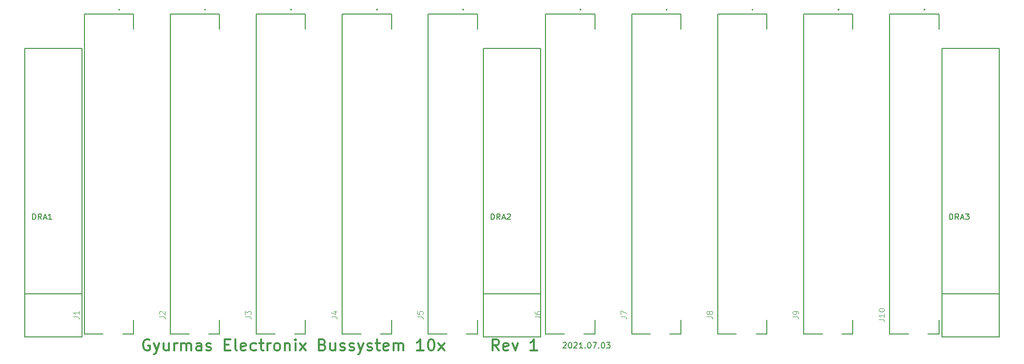
<source format=gbr>
%TF.GenerationSoftware,KiCad,Pcbnew,(5.1.9-16-g1737927814)-1*%
%TF.CreationDate,2021-07-03T16:47:20+02:00*%
%TF.ProjectId,Bussystem 10x non stack,42757373-7973-4746-956d-20313078206e,1*%
%TF.SameCoordinates,Original*%
%TF.FileFunction,Legend,Top*%
%TF.FilePolarity,Positive*%
%FSLAX46Y46*%
G04 Gerber Fmt 4.6, Leading zero omitted, Abs format (unit mm)*
G04 Created by KiCad (PCBNEW (5.1.9-16-g1737927814)-1) date 2021-07-03 16:47:20*
%MOMM*%
%LPD*%
G01*
G04 APERTURE LIST*
%ADD10C,0.150000*%
%ADD11C,0.300000*%
%ADD12C,0.200000*%
%ADD13C,0.015000*%
G04 APERTURE END LIST*
D10*
X134904761Y-104547619D02*
X134952380Y-104500000D01*
X135047619Y-104452380D01*
X135285714Y-104452380D01*
X135380952Y-104500000D01*
X135428571Y-104547619D01*
X135476190Y-104642857D01*
X135476190Y-104738095D01*
X135428571Y-104880952D01*
X134857142Y-105452380D01*
X135476190Y-105452380D01*
X136095238Y-104452380D02*
X136190476Y-104452380D01*
X136285714Y-104500000D01*
X136333333Y-104547619D01*
X136380952Y-104642857D01*
X136428571Y-104833333D01*
X136428571Y-105071428D01*
X136380952Y-105261904D01*
X136333333Y-105357142D01*
X136285714Y-105404761D01*
X136190476Y-105452380D01*
X136095238Y-105452380D01*
X136000000Y-105404761D01*
X135952380Y-105357142D01*
X135904761Y-105261904D01*
X135857142Y-105071428D01*
X135857142Y-104833333D01*
X135904761Y-104642857D01*
X135952380Y-104547619D01*
X136000000Y-104500000D01*
X136095238Y-104452380D01*
X136809523Y-104547619D02*
X136857142Y-104500000D01*
X136952380Y-104452380D01*
X137190476Y-104452380D01*
X137285714Y-104500000D01*
X137333333Y-104547619D01*
X137380952Y-104642857D01*
X137380952Y-104738095D01*
X137333333Y-104880952D01*
X136761904Y-105452380D01*
X137380952Y-105452380D01*
X138333333Y-105452380D02*
X137761904Y-105452380D01*
X138047619Y-105452380D02*
X138047619Y-104452380D01*
X137952380Y-104595238D01*
X137857142Y-104690476D01*
X137761904Y-104738095D01*
X138761904Y-105357142D02*
X138809523Y-105404761D01*
X138761904Y-105452380D01*
X138714285Y-105404761D01*
X138761904Y-105357142D01*
X138761904Y-105452380D01*
X139428571Y-104452380D02*
X139523809Y-104452380D01*
X139619047Y-104500000D01*
X139666666Y-104547619D01*
X139714285Y-104642857D01*
X139761904Y-104833333D01*
X139761904Y-105071428D01*
X139714285Y-105261904D01*
X139666666Y-105357142D01*
X139619047Y-105404761D01*
X139523809Y-105452380D01*
X139428571Y-105452380D01*
X139333333Y-105404761D01*
X139285714Y-105357142D01*
X139238095Y-105261904D01*
X139190476Y-105071428D01*
X139190476Y-104833333D01*
X139238095Y-104642857D01*
X139285714Y-104547619D01*
X139333333Y-104500000D01*
X139428571Y-104452380D01*
X140095238Y-104452380D02*
X140761904Y-104452380D01*
X140333333Y-105452380D01*
X141142857Y-105357142D02*
X141190476Y-105404761D01*
X141142857Y-105452380D01*
X141095238Y-105404761D01*
X141142857Y-105357142D01*
X141142857Y-105452380D01*
X141809523Y-104452380D02*
X141904761Y-104452380D01*
X142000000Y-104500000D01*
X142047619Y-104547619D01*
X142095238Y-104642857D01*
X142142857Y-104833333D01*
X142142857Y-105071428D01*
X142095238Y-105261904D01*
X142047619Y-105357142D01*
X142000000Y-105404761D01*
X141904761Y-105452380D01*
X141809523Y-105452380D01*
X141714285Y-105404761D01*
X141666666Y-105357142D01*
X141619047Y-105261904D01*
X141571428Y-105071428D01*
X141571428Y-104833333D01*
X141619047Y-104642857D01*
X141666666Y-104547619D01*
X141714285Y-104500000D01*
X141809523Y-104452380D01*
X142476190Y-104452380D02*
X143095238Y-104452380D01*
X142761904Y-104833333D01*
X142904761Y-104833333D01*
X143000000Y-104880952D01*
X143047619Y-104928571D01*
X143095238Y-105023809D01*
X143095238Y-105261904D01*
X143047619Y-105357142D01*
X143000000Y-105404761D01*
X142904761Y-105452380D01*
X142619047Y-105452380D01*
X142523809Y-105404761D01*
X142476190Y-105357142D01*
D11*
X62761904Y-104000000D02*
X62571428Y-103904761D01*
X62285714Y-103904761D01*
X61999999Y-104000000D01*
X61809523Y-104190476D01*
X61714285Y-104380952D01*
X61619047Y-104761904D01*
X61619047Y-105047619D01*
X61714285Y-105428571D01*
X61809523Y-105619047D01*
X61999999Y-105809523D01*
X62285714Y-105904761D01*
X62476190Y-105904761D01*
X62761904Y-105809523D01*
X62857142Y-105714285D01*
X62857142Y-105047619D01*
X62476190Y-105047619D01*
X63523809Y-104571428D02*
X63999999Y-105904761D01*
X64476190Y-104571428D02*
X63999999Y-105904761D01*
X63809523Y-106380952D01*
X63714285Y-106476190D01*
X63523809Y-106571428D01*
X66095238Y-104571428D02*
X66095238Y-105904761D01*
X65238095Y-104571428D02*
X65238095Y-105619047D01*
X65333333Y-105809523D01*
X65523809Y-105904761D01*
X65809523Y-105904761D01*
X65999999Y-105809523D01*
X66095238Y-105714285D01*
X67047619Y-105904761D02*
X67047619Y-104571428D01*
X67047619Y-104952380D02*
X67142857Y-104761904D01*
X67238095Y-104666666D01*
X67428571Y-104571428D01*
X67619047Y-104571428D01*
X68285714Y-105904761D02*
X68285714Y-104571428D01*
X68285714Y-104761904D02*
X68380952Y-104666666D01*
X68571428Y-104571428D01*
X68857142Y-104571428D01*
X69047619Y-104666666D01*
X69142857Y-104857142D01*
X69142857Y-105904761D01*
X69142857Y-104857142D02*
X69238095Y-104666666D01*
X69428571Y-104571428D01*
X69714285Y-104571428D01*
X69904761Y-104666666D01*
X70000000Y-104857142D01*
X70000000Y-105904761D01*
X71809523Y-105904761D02*
X71809523Y-104857142D01*
X71714285Y-104666666D01*
X71523809Y-104571428D01*
X71142857Y-104571428D01*
X70952380Y-104666666D01*
X71809523Y-105809523D02*
X71619047Y-105904761D01*
X71142857Y-105904761D01*
X70952380Y-105809523D01*
X70857142Y-105619047D01*
X70857142Y-105428571D01*
X70952380Y-105238095D01*
X71142857Y-105142857D01*
X71619047Y-105142857D01*
X71809523Y-105047619D01*
X72666666Y-105809523D02*
X72857142Y-105904761D01*
X73238095Y-105904761D01*
X73428571Y-105809523D01*
X73523809Y-105619047D01*
X73523809Y-105523809D01*
X73428571Y-105333333D01*
X73238095Y-105238095D01*
X72952380Y-105238095D01*
X72761904Y-105142857D01*
X72666666Y-104952380D01*
X72666666Y-104857142D01*
X72761904Y-104666666D01*
X72952380Y-104571428D01*
X73238095Y-104571428D01*
X73428571Y-104666666D01*
X75904761Y-104857142D02*
X76571428Y-104857142D01*
X76857142Y-105904761D02*
X75904761Y-105904761D01*
X75904761Y-103904761D01*
X76857142Y-103904761D01*
X78000000Y-105904761D02*
X77809523Y-105809523D01*
X77714285Y-105619047D01*
X77714285Y-103904761D01*
X79523809Y-105809523D02*
X79333333Y-105904761D01*
X78952380Y-105904761D01*
X78761904Y-105809523D01*
X78666666Y-105619047D01*
X78666666Y-104857142D01*
X78761904Y-104666666D01*
X78952380Y-104571428D01*
X79333333Y-104571428D01*
X79523809Y-104666666D01*
X79619047Y-104857142D01*
X79619047Y-105047619D01*
X78666666Y-105238095D01*
X81333333Y-105809523D02*
X81142857Y-105904761D01*
X80761904Y-105904761D01*
X80571428Y-105809523D01*
X80476190Y-105714285D01*
X80380952Y-105523809D01*
X80380952Y-104952380D01*
X80476190Y-104761904D01*
X80571428Y-104666666D01*
X80761904Y-104571428D01*
X81142857Y-104571428D01*
X81333333Y-104666666D01*
X81904761Y-104571428D02*
X82666666Y-104571428D01*
X82190476Y-103904761D02*
X82190476Y-105619047D01*
X82285714Y-105809523D01*
X82476190Y-105904761D01*
X82666666Y-105904761D01*
X83333333Y-105904761D02*
X83333333Y-104571428D01*
X83333333Y-104952380D02*
X83428571Y-104761904D01*
X83523809Y-104666666D01*
X83714285Y-104571428D01*
X83904761Y-104571428D01*
X84857142Y-105904761D02*
X84666666Y-105809523D01*
X84571428Y-105714285D01*
X84476190Y-105523809D01*
X84476190Y-104952380D01*
X84571428Y-104761904D01*
X84666666Y-104666666D01*
X84857142Y-104571428D01*
X85142857Y-104571428D01*
X85333333Y-104666666D01*
X85428571Y-104761904D01*
X85523809Y-104952380D01*
X85523809Y-105523809D01*
X85428571Y-105714285D01*
X85333333Y-105809523D01*
X85142857Y-105904761D01*
X84857142Y-105904761D01*
X86380952Y-104571428D02*
X86380952Y-105904761D01*
X86380952Y-104761904D02*
X86476190Y-104666666D01*
X86666666Y-104571428D01*
X86952380Y-104571428D01*
X87142857Y-104666666D01*
X87238095Y-104857142D01*
X87238095Y-105904761D01*
X88190476Y-105904761D02*
X88190476Y-104571428D01*
X88190476Y-103904761D02*
X88095238Y-104000000D01*
X88190476Y-104095238D01*
X88285714Y-104000000D01*
X88190476Y-103904761D01*
X88190476Y-104095238D01*
X88952380Y-105904761D02*
X89999999Y-104571428D01*
X88952380Y-104571428D02*
X89999999Y-105904761D01*
X92952380Y-104857142D02*
X93238095Y-104952380D01*
X93333333Y-105047619D01*
X93428571Y-105238095D01*
X93428571Y-105523809D01*
X93333333Y-105714285D01*
X93238095Y-105809523D01*
X93047619Y-105904761D01*
X92285714Y-105904761D01*
X92285714Y-103904761D01*
X92952380Y-103904761D01*
X93142857Y-104000000D01*
X93238095Y-104095238D01*
X93333333Y-104285714D01*
X93333333Y-104476190D01*
X93238095Y-104666666D01*
X93142857Y-104761904D01*
X92952380Y-104857142D01*
X92285714Y-104857142D01*
X95142857Y-104571428D02*
X95142857Y-105904761D01*
X94285714Y-104571428D02*
X94285714Y-105619047D01*
X94380952Y-105809523D01*
X94571428Y-105904761D01*
X94857142Y-105904761D01*
X95047619Y-105809523D01*
X95142857Y-105714285D01*
X95999999Y-105809523D02*
X96190476Y-105904761D01*
X96571428Y-105904761D01*
X96761904Y-105809523D01*
X96857142Y-105619047D01*
X96857142Y-105523809D01*
X96761904Y-105333333D01*
X96571428Y-105238095D01*
X96285714Y-105238095D01*
X96095238Y-105142857D01*
X95999999Y-104952380D01*
X95999999Y-104857142D01*
X96095238Y-104666666D01*
X96285714Y-104571428D01*
X96571428Y-104571428D01*
X96761904Y-104666666D01*
X97619047Y-105809523D02*
X97809523Y-105904761D01*
X98190476Y-105904761D01*
X98380952Y-105809523D01*
X98476190Y-105619047D01*
X98476190Y-105523809D01*
X98380952Y-105333333D01*
X98190476Y-105238095D01*
X97904761Y-105238095D01*
X97714285Y-105142857D01*
X97619047Y-104952380D01*
X97619047Y-104857142D01*
X97714285Y-104666666D01*
X97904761Y-104571428D01*
X98190476Y-104571428D01*
X98380952Y-104666666D01*
X99142857Y-104571428D02*
X99619047Y-105904761D01*
X100095238Y-104571428D02*
X99619047Y-105904761D01*
X99428571Y-106380952D01*
X99333333Y-106476190D01*
X99142857Y-106571428D01*
X100761904Y-105809523D02*
X100952380Y-105904761D01*
X101333333Y-105904761D01*
X101523809Y-105809523D01*
X101619047Y-105619047D01*
X101619047Y-105523809D01*
X101523809Y-105333333D01*
X101333333Y-105238095D01*
X101047619Y-105238095D01*
X100857142Y-105142857D01*
X100761904Y-104952380D01*
X100761904Y-104857142D01*
X100857142Y-104666666D01*
X101047619Y-104571428D01*
X101333333Y-104571428D01*
X101523809Y-104666666D01*
X102190476Y-104571428D02*
X102952380Y-104571428D01*
X102476190Y-103904761D02*
X102476190Y-105619047D01*
X102571428Y-105809523D01*
X102761904Y-105904761D01*
X102952380Y-105904761D01*
X104380952Y-105809523D02*
X104190476Y-105904761D01*
X103809523Y-105904761D01*
X103619047Y-105809523D01*
X103523809Y-105619047D01*
X103523809Y-104857142D01*
X103619047Y-104666666D01*
X103809523Y-104571428D01*
X104190476Y-104571428D01*
X104380952Y-104666666D01*
X104476190Y-104857142D01*
X104476190Y-105047619D01*
X103523809Y-105238095D01*
X105333333Y-105904761D02*
X105333333Y-104571428D01*
X105333333Y-104761904D02*
X105428571Y-104666666D01*
X105619047Y-104571428D01*
X105904761Y-104571428D01*
X106095238Y-104666666D01*
X106190476Y-104857142D01*
X106190476Y-105904761D01*
X106190476Y-104857142D02*
X106285714Y-104666666D01*
X106476190Y-104571428D01*
X106761904Y-104571428D01*
X106952380Y-104666666D01*
X107047619Y-104857142D01*
X107047619Y-105904761D01*
X110571428Y-105904761D02*
X109428571Y-105904761D01*
X109999999Y-105904761D02*
X109999999Y-103904761D01*
X109809523Y-104190476D01*
X109619047Y-104380952D01*
X109428571Y-104476190D01*
X111809523Y-103904761D02*
X111999999Y-103904761D01*
X112190476Y-104000000D01*
X112285714Y-104095238D01*
X112380952Y-104285714D01*
X112476190Y-104666666D01*
X112476190Y-105142857D01*
X112380952Y-105523809D01*
X112285714Y-105714285D01*
X112190476Y-105809523D01*
X111999999Y-105904761D01*
X111809523Y-105904761D01*
X111619047Y-105809523D01*
X111523809Y-105714285D01*
X111428571Y-105523809D01*
X111333333Y-105142857D01*
X111333333Y-104666666D01*
X111428571Y-104285714D01*
X111523809Y-104095238D01*
X111619047Y-104000000D01*
X111809523Y-103904761D01*
X113142857Y-105904761D02*
X114190476Y-104571428D01*
X113142857Y-104571428D02*
X114190476Y-105904761D01*
X123714285Y-105904761D02*
X123047619Y-104952380D01*
X122571428Y-105904761D02*
X122571428Y-103904761D01*
X123333333Y-103904761D01*
X123523809Y-104000000D01*
X123619047Y-104095238D01*
X123714285Y-104285714D01*
X123714285Y-104571428D01*
X123619047Y-104761904D01*
X123523809Y-104857142D01*
X123333333Y-104952380D01*
X122571428Y-104952380D01*
X125333333Y-105809523D02*
X125142857Y-105904761D01*
X124761904Y-105904761D01*
X124571428Y-105809523D01*
X124476190Y-105619047D01*
X124476190Y-104857142D01*
X124571428Y-104666666D01*
X124761904Y-104571428D01*
X125142857Y-104571428D01*
X125333333Y-104666666D01*
X125428571Y-104857142D01*
X125428571Y-105047619D01*
X124476190Y-105238095D01*
X126095238Y-104571428D02*
X126571428Y-105904761D01*
X127047619Y-104571428D01*
X130380952Y-105904761D02*
X129238095Y-105904761D01*
X129809523Y-105904761D02*
X129809523Y-103904761D01*
X129619047Y-104190476D01*
X129428571Y-104380952D01*
X129238095Y-104476190D01*
D10*
%TO.C,DRA2*%
X131000000Y-103500000D02*
X131000000Y-96000000D01*
X121000000Y-103500000D02*
X131000000Y-103500000D01*
X121000000Y-96000000D02*
X121000000Y-103500000D01*
X121000000Y-96000000D02*
X121000000Y-53000000D01*
X131000000Y-96000000D02*
X121000000Y-96000000D01*
X131000000Y-53000000D02*
X131000000Y-96000000D01*
X121000000Y-53000000D02*
X131000000Y-53000000D01*
%TO.C,DRA3*%
X211000000Y-103500000D02*
X211000000Y-96000000D01*
X201000000Y-103500000D02*
X211000000Y-103500000D01*
X201000000Y-96000000D02*
X201000000Y-103500000D01*
X201000000Y-96000000D02*
X201000000Y-53000000D01*
X211000000Y-96000000D02*
X201000000Y-96000000D01*
X211000000Y-53000000D02*
X211000000Y-96000000D01*
X201000000Y-53000000D02*
X211000000Y-53000000D01*
%TO.C,DRA1*%
X51000000Y-103500000D02*
X51000000Y-96000000D01*
X41000000Y-103500000D02*
X51000000Y-103500000D01*
X41000000Y-96000000D02*
X41000000Y-103500000D01*
X41000000Y-96000000D02*
X41000000Y-53000000D01*
X51000000Y-96000000D02*
X41000000Y-96000000D01*
X51000000Y-53000000D02*
X51000000Y-96000000D01*
X41000000Y-53000000D02*
X51000000Y-53000000D01*
D12*
%TO.C,J1*%
X57550000Y-46250000D02*
G75*
G03*
X57550000Y-46250000I-100000J0D01*
G01*
X54650000Y-103000000D02*
X51365000Y-103000000D01*
X59965000Y-103000000D02*
X58050000Y-103000000D01*
X59965000Y-100560000D02*
X59965000Y-103000000D01*
X59965000Y-47000000D02*
X59965000Y-49650000D01*
X51365000Y-47000000D02*
X59965000Y-47000000D01*
X51365000Y-103000000D02*
X51365000Y-47000000D01*
%TO.C,J2*%
X66365000Y-103000000D02*
X66365000Y-47000000D01*
X66365000Y-47000000D02*
X74965000Y-47000000D01*
X74965000Y-47000000D02*
X74965000Y-49650000D01*
X74965000Y-100560000D02*
X74965000Y-103000000D01*
X74965000Y-103000000D02*
X73050000Y-103000000D01*
X69650000Y-103000000D02*
X66365000Y-103000000D01*
X72550000Y-46250000D02*
G75*
G03*
X72550000Y-46250000I-100000J0D01*
G01*
%TO.C,J3*%
X87550000Y-46250000D02*
G75*
G03*
X87550000Y-46250000I-100000J0D01*
G01*
X84650000Y-103000000D02*
X81365000Y-103000000D01*
X89965000Y-103000000D02*
X88050000Y-103000000D01*
X89965000Y-100560000D02*
X89965000Y-103000000D01*
X89965000Y-47000000D02*
X89965000Y-49650000D01*
X81365000Y-47000000D02*
X89965000Y-47000000D01*
X81365000Y-103000000D02*
X81365000Y-47000000D01*
%TO.C,J4*%
X96365000Y-103000000D02*
X96365000Y-47000000D01*
X96365000Y-47000000D02*
X104965000Y-47000000D01*
X104965000Y-47000000D02*
X104965000Y-49650000D01*
X104965000Y-100560000D02*
X104965000Y-103000000D01*
X104965000Y-103000000D02*
X103050000Y-103000000D01*
X99650000Y-103000000D02*
X96365000Y-103000000D01*
X102550000Y-46250000D02*
G75*
G03*
X102550000Y-46250000I-100000J0D01*
G01*
%TO.C,J5*%
X117550000Y-46250000D02*
G75*
G03*
X117550000Y-46250000I-100000J0D01*
G01*
X114650000Y-103000000D02*
X111365000Y-103000000D01*
X119965000Y-103000000D02*
X118050000Y-103000000D01*
X119965000Y-100560000D02*
X119965000Y-103000000D01*
X119965000Y-47000000D02*
X119965000Y-49650000D01*
X111365000Y-47000000D02*
X119965000Y-47000000D01*
X111365000Y-103000000D02*
X111365000Y-47000000D01*
%TO.C,J6*%
X131865000Y-103000000D02*
X131865000Y-47000000D01*
X131865000Y-47000000D02*
X140465000Y-47000000D01*
X140465000Y-47000000D02*
X140465000Y-49650000D01*
X140465000Y-100560000D02*
X140465000Y-103000000D01*
X140465000Y-103000000D02*
X138550000Y-103000000D01*
X135150000Y-103000000D02*
X131865000Y-103000000D01*
X138050000Y-46250000D02*
G75*
G03*
X138050000Y-46250000I-100000J0D01*
G01*
%TO.C,J7*%
X153050000Y-46250000D02*
G75*
G03*
X153050000Y-46250000I-100000J0D01*
G01*
X150150000Y-103000000D02*
X146865000Y-103000000D01*
X155465000Y-103000000D02*
X153550000Y-103000000D01*
X155465000Y-100560000D02*
X155465000Y-103000000D01*
X155465000Y-47000000D02*
X155465000Y-49650000D01*
X146865000Y-47000000D02*
X155465000Y-47000000D01*
X146865000Y-103000000D02*
X146865000Y-47000000D01*
%TO.C,J8*%
X161865000Y-103000000D02*
X161865000Y-47000000D01*
X161865000Y-47000000D02*
X170465000Y-47000000D01*
X170465000Y-47000000D02*
X170465000Y-49650000D01*
X170465000Y-100560000D02*
X170465000Y-103000000D01*
X170465000Y-103000000D02*
X168550000Y-103000000D01*
X165150000Y-103000000D02*
X161865000Y-103000000D01*
X168050000Y-46250000D02*
G75*
G03*
X168050000Y-46250000I-100000J0D01*
G01*
%TO.C,J9*%
X183050000Y-46250000D02*
G75*
G03*
X183050000Y-46250000I-100000J0D01*
G01*
X180150000Y-103000000D02*
X176865000Y-103000000D01*
X185465000Y-103000000D02*
X183550000Y-103000000D01*
X185465000Y-100560000D02*
X185465000Y-103000000D01*
X185465000Y-47000000D02*
X185465000Y-49650000D01*
X176865000Y-47000000D02*
X185465000Y-47000000D01*
X176865000Y-103000000D02*
X176865000Y-47000000D01*
%TO.C,J10*%
X191865000Y-103000000D02*
X191865000Y-47000000D01*
X191865000Y-47000000D02*
X200465000Y-47000000D01*
X200465000Y-47000000D02*
X200465000Y-49650000D01*
X200465000Y-100560000D02*
X200465000Y-103000000D01*
X200465000Y-103000000D02*
X198550000Y-103000000D01*
X195150000Y-103000000D02*
X191865000Y-103000000D01*
X198050000Y-46250000D02*
G75*
G03*
X198050000Y-46250000I-100000J0D01*
G01*
%TO.C,DRA2*%
D10*
X122333333Y-82952380D02*
X122333333Y-81952380D01*
X122571428Y-81952380D01*
X122714285Y-82000000D01*
X122809523Y-82095238D01*
X122857142Y-82190476D01*
X122904761Y-82380952D01*
X122904761Y-82523809D01*
X122857142Y-82714285D01*
X122809523Y-82809523D01*
X122714285Y-82904761D01*
X122571428Y-82952380D01*
X122333333Y-82952380D01*
X123904761Y-82952380D02*
X123571428Y-82476190D01*
X123333333Y-82952380D02*
X123333333Y-81952380D01*
X123714285Y-81952380D01*
X123809523Y-82000000D01*
X123857142Y-82047619D01*
X123904761Y-82142857D01*
X123904761Y-82285714D01*
X123857142Y-82380952D01*
X123809523Y-82428571D01*
X123714285Y-82476190D01*
X123333333Y-82476190D01*
X124285714Y-82666666D02*
X124761904Y-82666666D01*
X124190476Y-82952380D02*
X124523809Y-81952380D01*
X124857142Y-82952380D01*
X125142857Y-82047619D02*
X125190476Y-82000000D01*
X125285714Y-81952380D01*
X125523809Y-81952380D01*
X125619047Y-82000000D01*
X125666666Y-82047619D01*
X125714285Y-82142857D01*
X125714285Y-82238095D01*
X125666666Y-82380952D01*
X125095238Y-82952380D01*
X125714285Y-82952380D01*
%TO.C,DRA3*%
X202333333Y-82952380D02*
X202333333Y-81952380D01*
X202571428Y-81952380D01*
X202714285Y-82000000D01*
X202809523Y-82095238D01*
X202857142Y-82190476D01*
X202904761Y-82380952D01*
X202904761Y-82523809D01*
X202857142Y-82714285D01*
X202809523Y-82809523D01*
X202714285Y-82904761D01*
X202571428Y-82952380D01*
X202333333Y-82952380D01*
X203904761Y-82952380D02*
X203571428Y-82476190D01*
X203333333Y-82952380D02*
X203333333Y-81952380D01*
X203714285Y-81952380D01*
X203809523Y-82000000D01*
X203857142Y-82047619D01*
X203904761Y-82142857D01*
X203904761Y-82285714D01*
X203857142Y-82380952D01*
X203809523Y-82428571D01*
X203714285Y-82476190D01*
X203333333Y-82476190D01*
X204285714Y-82666666D02*
X204761904Y-82666666D01*
X204190476Y-82952380D02*
X204523809Y-81952380D01*
X204857142Y-82952380D01*
X205095238Y-81952380D02*
X205714285Y-81952380D01*
X205380952Y-82333333D01*
X205523809Y-82333333D01*
X205619047Y-82380952D01*
X205666666Y-82428571D01*
X205714285Y-82523809D01*
X205714285Y-82761904D01*
X205666666Y-82857142D01*
X205619047Y-82904761D01*
X205523809Y-82952380D01*
X205238095Y-82952380D01*
X205142857Y-82904761D01*
X205095238Y-82857142D01*
%TO.C,DRA1*%
X42333333Y-82952380D02*
X42333333Y-81952380D01*
X42571428Y-81952380D01*
X42714285Y-82000000D01*
X42809523Y-82095238D01*
X42857142Y-82190476D01*
X42904761Y-82380952D01*
X42904761Y-82523809D01*
X42857142Y-82714285D01*
X42809523Y-82809523D01*
X42714285Y-82904761D01*
X42571428Y-82952380D01*
X42333333Y-82952380D01*
X43904761Y-82952380D02*
X43571428Y-82476190D01*
X43333333Y-82952380D02*
X43333333Y-81952380D01*
X43714285Y-81952380D01*
X43809523Y-82000000D01*
X43857142Y-82047619D01*
X43904761Y-82142857D01*
X43904761Y-82285714D01*
X43857142Y-82380952D01*
X43809523Y-82428571D01*
X43714285Y-82476190D01*
X43333333Y-82476190D01*
X44285714Y-82666666D02*
X44761904Y-82666666D01*
X44190476Y-82952380D02*
X44523809Y-81952380D01*
X44857142Y-82952380D01*
X45714285Y-82952380D02*
X45142857Y-82952380D01*
X45428571Y-82952380D02*
X45428571Y-81952380D01*
X45333333Y-82095238D01*
X45238095Y-82190476D01*
X45142857Y-82238095D01*
%TO.C,J1*%
D13*
X49467380Y-99968333D02*
X50181666Y-99968333D01*
X50324523Y-100015952D01*
X50419761Y-100111190D01*
X50467380Y-100254047D01*
X50467380Y-100349285D01*
X50467380Y-98968333D02*
X50467380Y-99539761D01*
X50467380Y-99254047D02*
X49467380Y-99254047D01*
X49610238Y-99349285D01*
X49705476Y-99444523D01*
X49753095Y-99539761D01*
%TO.C,J2*%
X64467380Y-99968333D02*
X65181666Y-99968333D01*
X65324523Y-100015952D01*
X65419761Y-100111190D01*
X65467380Y-100254047D01*
X65467380Y-100349285D01*
X64562619Y-99539761D02*
X64515000Y-99492142D01*
X64467380Y-99396904D01*
X64467380Y-99158809D01*
X64515000Y-99063571D01*
X64562619Y-99015952D01*
X64657857Y-98968333D01*
X64753095Y-98968333D01*
X64895952Y-99015952D01*
X65467380Y-99587380D01*
X65467380Y-98968333D01*
%TO.C,J3*%
X79467380Y-99968333D02*
X80181666Y-99968333D01*
X80324523Y-100015952D01*
X80419761Y-100111190D01*
X80467380Y-100254047D01*
X80467380Y-100349285D01*
X79467380Y-99587380D02*
X79467380Y-98968333D01*
X79848333Y-99301666D01*
X79848333Y-99158809D01*
X79895952Y-99063571D01*
X79943571Y-99015952D01*
X80038809Y-98968333D01*
X80276904Y-98968333D01*
X80372142Y-99015952D01*
X80419761Y-99063571D01*
X80467380Y-99158809D01*
X80467380Y-99444523D01*
X80419761Y-99539761D01*
X80372142Y-99587380D01*
%TO.C,J4*%
X94467380Y-99968333D02*
X95181666Y-99968333D01*
X95324523Y-100015952D01*
X95419761Y-100111190D01*
X95467380Y-100254047D01*
X95467380Y-100349285D01*
X94800714Y-99063571D02*
X95467380Y-99063571D01*
X94419761Y-99301666D02*
X95134047Y-99539761D01*
X95134047Y-98920714D01*
%TO.C,J5*%
X109467380Y-99968333D02*
X110181666Y-99968333D01*
X110324523Y-100015952D01*
X110419761Y-100111190D01*
X110467380Y-100254047D01*
X110467380Y-100349285D01*
X109467380Y-99015952D02*
X109467380Y-99492142D01*
X109943571Y-99539761D01*
X109895952Y-99492142D01*
X109848333Y-99396904D01*
X109848333Y-99158809D01*
X109895952Y-99063571D01*
X109943571Y-99015952D01*
X110038809Y-98968333D01*
X110276904Y-98968333D01*
X110372142Y-99015952D01*
X110419761Y-99063571D01*
X110467380Y-99158809D01*
X110467380Y-99396904D01*
X110419761Y-99492142D01*
X110372142Y-99539761D01*
%TO.C,J6*%
X129967380Y-99968333D02*
X130681666Y-99968333D01*
X130824523Y-100015952D01*
X130919761Y-100111190D01*
X130967380Y-100254047D01*
X130967380Y-100349285D01*
X129967380Y-99063571D02*
X129967380Y-99254047D01*
X130015000Y-99349285D01*
X130062619Y-99396904D01*
X130205476Y-99492142D01*
X130395952Y-99539761D01*
X130776904Y-99539761D01*
X130872142Y-99492142D01*
X130919761Y-99444523D01*
X130967380Y-99349285D01*
X130967380Y-99158809D01*
X130919761Y-99063571D01*
X130872142Y-99015952D01*
X130776904Y-98968333D01*
X130538809Y-98968333D01*
X130443571Y-99015952D01*
X130395952Y-99063571D01*
X130348333Y-99158809D01*
X130348333Y-99349285D01*
X130395952Y-99444523D01*
X130443571Y-99492142D01*
X130538809Y-99539761D01*
%TO.C,J7*%
X144967380Y-99968333D02*
X145681666Y-99968333D01*
X145824523Y-100015952D01*
X145919761Y-100111190D01*
X145967380Y-100254047D01*
X145967380Y-100349285D01*
X144967380Y-99587380D02*
X144967380Y-98920714D01*
X145967380Y-99349285D01*
%TO.C,J8*%
X159967380Y-99968333D02*
X160681666Y-99968333D01*
X160824523Y-100015952D01*
X160919761Y-100111190D01*
X160967380Y-100254047D01*
X160967380Y-100349285D01*
X160395952Y-99349285D02*
X160348333Y-99444523D01*
X160300714Y-99492142D01*
X160205476Y-99539761D01*
X160157857Y-99539761D01*
X160062619Y-99492142D01*
X160015000Y-99444523D01*
X159967380Y-99349285D01*
X159967380Y-99158809D01*
X160015000Y-99063571D01*
X160062619Y-99015952D01*
X160157857Y-98968333D01*
X160205476Y-98968333D01*
X160300714Y-99015952D01*
X160348333Y-99063571D01*
X160395952Y-99158809D01*
X160395952Y-99349285D01*
X160443571Y-99444523D01*
X160491190Y-99492142D01*
X160586428Y-99539761D01*
X160776904Y-99539761D01*
X160872142Y-99492142D01*
X160919761Y-99444523D01*
X160967380Y-99349285D01*
X160967380Y-99158809D01*
X160919761Y-99063571D01*
X160872142Y-99015952D01*
X160776904Y-98968333D01*
X160586428Y-98968333D01*
X160491190Y-99015952D01*
X160443571Y-99063571D01*
X160395952Y-99158809D01*
%TO.C,J9*%
X174967380Y-99968333D02*
X175681666Y-99968333D01*
X175824523Y-100015952D01*
X175919761Y-100111190D01*
X175967380Y-100254047D01*
X175967380Y-100349285D01*
X175967380Y-99444523D02*
X175967380Y-99254047D01*
X175919761Y-99158809D01*
X175872142Y-99111190D01*
X175729285Y-99015952D01*
X175538809Y-98968333D01*
X175157857Y-98968333D01*
X175062619Y-99015952D01*
X175015000Y-99063571D01*
X174967380Y-99158809D01*
X174967380Y-99349285D01*
X175015000Y-99444523D01*
X175062619Y-99492142D01*
X175157857Y-99539761D01*
X175395952Y-99539761D01*
X175491190Y-99492142D01*
X175538809Y-99444523D01*
X175586428Y-99349285D01*
X175586428Y-99158809D01*
X175538809Y-99063571D01*
X175491190Y-99015952D01*
X175395952Y-98968333D01*
%TO.C,J10*%
X189967380Y-100444523D02*
X190681666Y-100444523D01*
X190824523Y-100492142D01*
X190919761Y-100587380D01*
X190967380Y-100730238D01*
X190967380Y-100825476D01*
X190967380Y-99444523D02*
X190967380Y-100015952D01*
X190967380Y-99730238D02*
X189967380Y-99730238D01*
X190110238Y-99825476D01*
X190205476Y-99920714D01*
X190253095Y-100015952D01*
X189967380Y-98825476D02*
X189967380Y-98730238D01*
X190015000Y-98635000D01*
X190062619Y-98587380D01*
X190157857Y-98539761D01*
X190348333Y-98492142D01*
X190586428Y-98492142D01*
X190776904Y-98539761D01*
X190872142Y-98587380D01*
X190919761Y-98635000D01*
X190967380Y-98730238D01*
X190967380Y-98825476D01*
X190919761Y-98920714D01*
X190872142Y-98968333D01*
X190776904Y-99015952D01*
X190586428Y-99063571D01*
X190348333Y-99063571D01*
X190157857Y-99015952D01*
X190062619Y-98968333D01*
X190015000Y-98920714D01*
X189967380Y-98825476D01*
%TD*%
M02*

</source>
